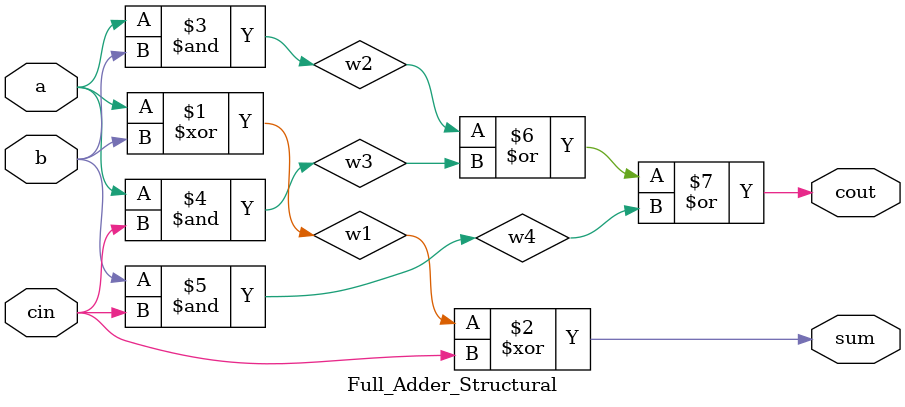
<source format=v>
`timescale 1ns / 1ps

module Full_Adder_Structural(a,b,cin,cout,sum);
input a, b, cin;   // inputs
output cout, sum;  // output
wire w1, w2, w3, w4; // internal nets
xor (w1, a, b); 
xor (sum, w1, cin);
and (w2, a, b);
and (w3, a, cin);
and (w4, b, cin);
or  (cout, w2, w3, w4); 
endmodule


//xor #(10) (w1, a, b); // delay time of 10 units
//or #(10, 8)(cout, w2, w3, w4); // (rise time of 10, fall 8)
</source>
